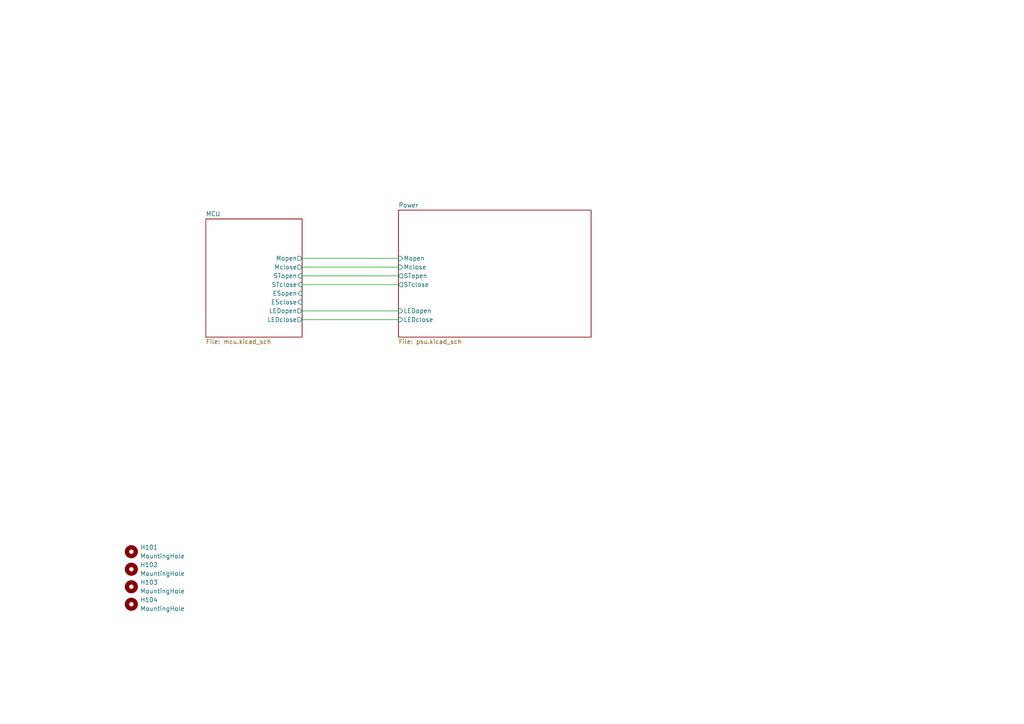
<source format=kicad_sch>
(kicad_sch (version 20250114) (generator "eeschema") (generator_version "9.0")
  (paper "A4")
  (lib_symbols
    (symbol "Mechanical:MountingHole" (pin_names (offset 1.016)) (exclude_from_sim yes) (in_bom no)
      (property "Reference" "H" (at 0 5.08 0))
      (property "Value" "MountingHole" (at 0 3.175 0))
      (symbol "MountingHole_0_1"
        (circle (center 0 0) (radius 1.27) (stroke (width 1.27)))
      )
    )
  )
  (wire (pts (xy 87.63 74.93) (xy 115.57 74.93)))
  (wire (pts (xy 87.63 77.47) (xy 115.57 77.47)))
  (wire (pts (xy 87.63 90.17) (xy 115.57 90.17)))
  (wire (pts (xy 87.63 92.71) (xy 115.57 92.71)))
  (wire (pts (xy 87.63 82.55) (xy 115.57 82.55)))
  (wire (pts (xy 87.63 80.01) (xy 115.57 80.01)))
  (symbol (lib_id "Mechanical:MountingHole") (at 38.1 160.02 0) (unit 1) (exclude_from_sim yes) (in_bom no)
    (property "Reference" "H101" (at 40.64 158.7499 0) (effects (justify left)))
    (property "Value" "MountingHole" (at 40.64 161.2899 0) (effects (justify left)))
    (property "Footprint" "MountingHole:MountingHole_3.2mm_M3_ISO14580" (effects (hide yes)))
    (property "Description" "Mounting Hole without connection" (effects (hide yes)))
  )
  (symbol (lib_id "Mechanical:MountingHole") (at 38.1 165.1 0) (unit 1) (exclude_from_sim yes) (in_bom no)
    (property "Reference" "H102" (at 40.64 163.8299 0) (effects (justify left)))
    (property "Value" "MountingHole" (at 40.64 166.3699 0) (effects (justify left)))
    (property "Footprint" "MountingHole:MountingHole_3.2mm_M3_ISO14580" (effects (hide yes)))
    (property "Description" "Mounting Hole without connection" (effects (hide yes)))
  )
  (symbol (lib_id "Mechanical:MountingHole") (at 38.1 170.18 0) (unit 1) (exclude_from_sim yes) (in_bom no)
    (property "Reference" "H103" (at 40.64 168.9099 0) (effects (justify left)))
    (property "Value" "MountingHole" (at 40.64 171.4499 0) (effects (justify left)))
    (property "Footprint" "MountingHole:MountingHole_3.2mm_M3_ISO14580" (effects (hide yes)))
    (property "Description" "Mounting Hole without connection" (effects (hide yes)))
  )
  (symbol (lib_id "Mechanical:MountingHole") (at 38.1 175.26 0) (unit 1) (exclude_from_sim yes) (in_bom no)
    (property "Reference" "H104" (at 40.64 173.9899 0) (effects (justify left)))
    (property "Value" "MountingHole" (at 40.64 176.5299 0) (effects (justify left)))
    (property "Footprint" "MountingHole:MountingHole_3.2mm_M3_ISO14580" (effects (hide yes)))
    (property "Description" "Mounting Hole without connection" (effects (hide yes)))
  )
  (sheet (at 115.57 60.96) (size 55.88 36.83) (stroke (width 0.1524))
    (property "Sheetname" "Power" (at 115.57 60.2484 0) (effects (justify left bottom)))
    (property "Sheetfile" "psu.kicad_sch" (at 115.57 98.3746 0) (effects (justify left top)))
    (pin "STclose" output (at 115.57 82.55 180))
    (pin "STopen" output (at 115.57 80.01 180))
    (pin "Mclose" input (at 115.57 77.47 180))
    (pin "Mopen" input (at 115.57 74.93 180))
    (pin "LEDopen" input (at 115.57 90.17 180))
    (pin "LEDclose" input (at 115.57 92.71 180))
  )
  (sheet (at 59.69 63.5) (size 27.94 34.29) (stroke (width 0.1524))
    (property "Sheetname" "MCU" (at 59.69 62.7884 0) (effects (justify left bottom)))
    (property "Sheetfile" "mcu.kicad_sch" (at 59.69 98.3746 0) (effects (justify left top)))
    (pin "Mclose" output (at 87.63 77.47 0))
    (pin "Mopen" output (at 87.63 74.93 0))
    (pin "STopen" input (at 87.63 80.01 0))
    (pin "STclose" input (at 87.63 82.55 0))
    (pin "ESclose" input (at 87.63 87.63 0))
    (pin "ESopen" input (at 87.63 85.09 0))
    (pin "LEDclose" output (at 87.63 92.71 0))
    (pin "LEDopen" output (at 87.63 90.17 0))
  )
)
</source>
